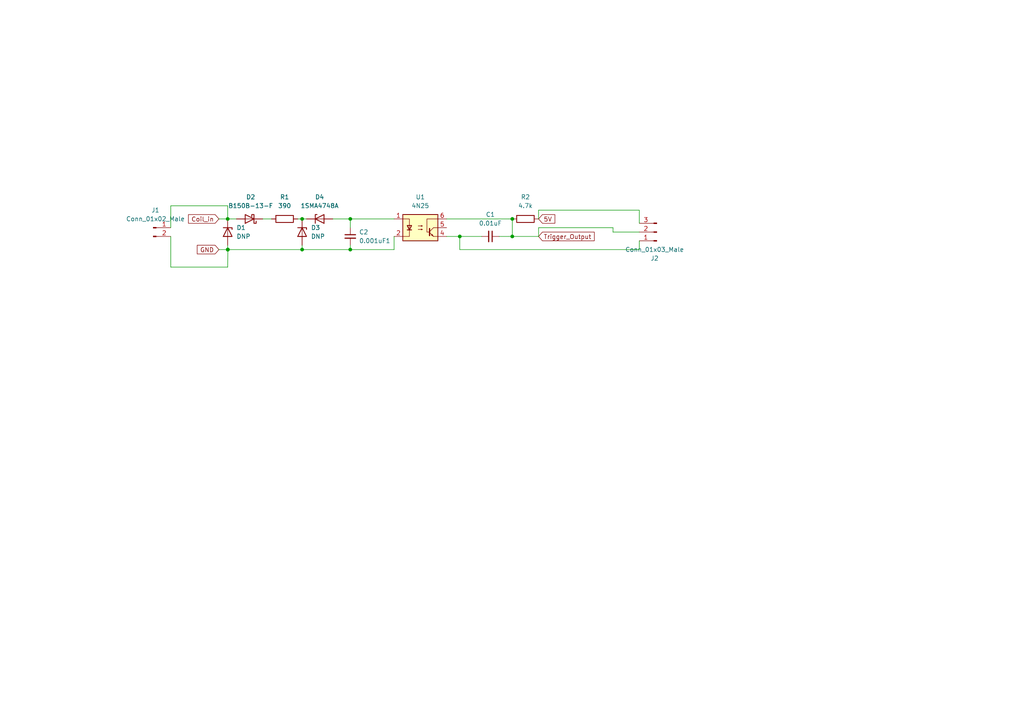
<source format=kicad_sch>
(kicad_sch (version 20211123) (generator eeschema)
  (paper "A4")
  (lib_symbols
    (symbol "Connector:Conn_01x02_Male" (pin_names (offset 1.016) hide)
      (property "Reference" "J" (at 0 2.54 0))
      (property "Value" "Conn_01x02_Male" (at 0 -5.08 0))
      (symbol "Conn_01x02_Male_1_1"
        (polyline (pts (xy 1.27 -2.54) (xy 0.8636 -2.54)) (stroke (width 0.1524)))
        (polyline (pts (xy 1.27 0) (xy 0.8636 0)) (stroke (width 0.1524)))
        (rectangle (start 0.8636 -2.413) (end 0 -2.667) (stroke (width 0.1524)) (fill (type outline)))
        (rectangle (start 0.8636 0.127) (end 0 -0.127) (stroke (width 0.1524)) (fill (type outline)))
        (pin passive line (at 5.08 0 180) (length 3.81) (name "Pin_1") (number "1"))
        (pin passive line (at 5.08 -2.54 180) (length 3.81) (name "Pin_2") (number "2"))
      )
    )
    (symbol "Connector:Conn_01x03_Male" (pin_names (offset 1.016) hide)
      (property "Reference" "J" (at 0 5.08 0))
      (property "Value" "Conn_01x03_Male" (at 0 -5.08 0))
      (symbol "Conn_01x03_Male_1_1"
        (polyline (pts (xy 1.27 -2.54) (xy 0.8636 -2.54)) (stroke (width 0.1524)))
        (polyline (pts (xy 1.27 0) (xy 0.8636 0)) (stroke (width 0.1524)))
        (polyline (pts (xy 1.27 2.54) (xy 0.8636 2.54)) (stroke (width 0.1524)))
        (rectangle (start 0.8636 -2.413) (end 0 -2.667) (stroke (width 0.1524)) (fill (type outline)))
        (rectangle (start 0.8636 0.127) (end 0 -0.127) (stroke (width 0.1524)) (fill (type outline)))
        (rectangle (start 0.8636 2.667) (end 0 2.413) (stroke (width 0.1524)) (fill (type outline)))
        (pin passive line (at 5.08 2.54 180) (length 3.81) (name "Pin_1") (number "1"))
        (pin passive line (at 5.08 0 180) (length 3.81) (name "Pin_2") (number "2"))
        (pin passive line (at 5.08 -2.54 180) (length 3.81) (name "Pin_3") (number "3"))
      )
    )
    (symbol "Device:C_Small" (pin_numbers hide) (pin_names (offset 0.254) hide)
      (property "Reference" "C" (at 0.254 1.778 0))
      (property "Value" "C_Small" (at 0.254 -2.032 0))
      (symbol "C_Small_0_1"
        (polyline (pts (xy -1.524 -0.508) (xy 1.524 -0.508)) (stroke (width 0.3302)))
        (polyline (pts (xy -1.524 0.508) (xy 1.524 0.508)) (stroke (width 0.3048)))
      )
      (symbol "C_Small_1_1"
        (pin passive line (at 0 2.54 270) (length 2.032) (name "~") (number "1"))
        (pin passive line (at 0 -2.54 90) (length 2.032) (name "~") (number "2"))
      )
    )
    (symbol "Device:D_Zener" (pin_numbers hide) (pin_names (offset 1.016) hide)
      (property "Reference" "D" (at 0 2.54 0))
      (property "Value" "D_Zener" (at 0 -2.54 0))
      (symbol "D_Zener_0_1"
        (polyline (pts (xy 1.27 0) (xy -1.27 0)))
        (polyline (pts (xy -1.27 -1.27) (xy -1.27 1.27) (xy -0.762 1.27)) (stroke (width 0.254)))
        (polyline (pts (xy 1.27 -1.27) (xy 1.27 1.27) (xy -1.27 0) (xy 1.27 -1.27)) (stroke (width 0.254)))
      )
      (symbol "D_Zener_1_1"
        (pin passive line (at -3.81 0 0) (length 2.54) (name "K") (number "1"))
        (pin passive line (at 3.81 0 180) (length 2.54) (name "A") (number "2"))
      )
    )
    (symbol "Device:R" (pin_numbers hide) (pin_names (offset 0))
      (property "Reference" "R" (at 2.032 0 90))
      (property "Value" "R" (at 0 0 90))
      (symbol "R_0_1"
        (rectangle (start -1.016 -2.54) (end 1.016 2.54) (stroke (width 0.254)))
      )
      (symbol "R_1_1"
        (pin passive line (at 0 3.81 270) (length 1.27) (name "~") (number "1"))
        (pin passive line (at 0 -3.81 90) (length 1.27) (name "~") (number "2"))
      )
    )
    (symbol "Diode:B150-E3" (pin_numbers hide) (pin_names hide)
      (property "Reference" "D" (at 0 2.54 0))
      (property "Value" "B150-E3" (at 0 -2.54 0))
      (symbol "B150-E3_0_1"
        (polyline (pts (xy 1.27 0) (xy -1.27 0)))
        (polyline (pts (xy 1.27 1.27) (xy 1.27 -1.27) (xy -1.27 0) (xy 1.27 1.27)) (stroke (width 0.254)))
        (polyline (pts (xy -1.905 0.635) (xy -1.905 1.27) (xy -1.27 1.27) (xy -1.27 -1.27) (xy -0.635 -1.27) (xy -0.635 -0.635)) (stroke (width 0.254)))
      )
      (symbol "B150-E3_1_1"
        (pin passive line (at -3.81 0 0) (length 2.54) (name "K") (number "1"))
        (pin passive line (at 3.81 0 180) (length 2.54) (name "A") (number "2"))
      )
    )
    (symbol "Isolator:4N25" (pin_names (offset 1.016))
      (property "Reference" "U" (at -5.08 5.08 0))
      (property "Value" "4N25" (at 0 5.08 0))
      (symbol "4N25_0_1"
        (rectangle (start -5.08 3.81) (end 5.08 -3.81) (stroke (width 0.254)) (fill (type background)))
        (polyline (pts (xy -3.81 -0.635) (xy -2.54 -0.635)) (stroke (width 0.254)))
        (polyline (pts (xy 2.667 -1.397) (xy 3.81 -2.54)))
        (polyline (pts (xy 2.667 -1.143) (xy 3.81 0)))
        (polyline (pts (xy 3.81 -2.54) (xy 5.08 -2.54)))
        (polyline (pts (xy 3.81 0) (xy 5.08 0)))
        (polyline (pts (xy 2.667 -0.254) (xy 2.667 -2.286) (xy 2.667 -2.286)) (stroke (width 0.3556)))
        (polyline (pts (xy -5.08 -2.54) (xy -3.175 -2.54) (xy -3.175 2.54) (xy -5.08 2.54)))
        (polyline (pts (xy -3.175 -0.635) (xy -3.81 0.635) (xy -2.54 0.635) (xy -3.175 -0.635)) (stroke (width 0.254)))
        (polyline (pts (xy 3.683 -2.413) (xy 3.429 -1.905) (xy 3.175 -2.159) (xy 3.683 -2.413)))
        (polyline (pts (xy 5.08 2.54) (xy 1.905 2.54) (xy 1.905 -1.27) (xy 2.54 -1.27)))
        (polyline (pts (xy -0.635 -0.508) (xy 0.635 -0.508) (xy 0.254 -0.635) (xy 0.254 -0.381) (xy 0.635 -0.508)))
        (polyline (pts (xy -0.635 0.508) (xy 0.635 0.508) (xy 0.254 0.381) (xy 0.254 0.635) (xy 0.635 0.508)))
      )
      (symbol "4N25_1_1"
        (pin passive line (at -7.62 2.54 0) (length 2.54) (name "~") (number "1"))
        (pin passive line (at -7.62 -2.54 0) (length 2.54) (name "~") (number "2"))
        (pin no_connect line (at -5.08 0 0) (length 2.54) hide (name "NC") (number "3"))
        (pin passive line (at 7.62 -2.54 180) (length 2.54) (name "~") (number "4"))
        (pin passive line (at 7.62 0 180) (length 2.54) (name "~") (number "5"))
        (pin passive line (at 7.62 2.54 180) (length 2.54) (name "~") (number "6"))
      )
    )
  )
  (junction (at 87.63 63.5))
  (junction (at 66.04 63.5))
  (junction (at 101.6 72.39))
  (junction (at 133.35 68.58))
  (junction (at 66.04 72.39))
  (junction (at 66.097 72.39))
  (junction (at 148.59 63.5))
  (junction (at 101.6 63.5))
  (junction (at 148.59 68.58))
  (junction (at 87.63 72.39))
  (wire (pts (xy 129.54 63.5) (xy 148.59 63.5)))
  (wire (pts (xy 49.53 59.69) (xy 49.53 66.04)))
  (wire (pts (xy 76.2 63.5) (xy 78.74 63.5)))
  (wire (pts (xy 49.53 77.47) (xy 49.53 68.58)))
  (wire (pts (xy 185.42 60.96) (xy 185.42 64.77)))
  (wire (pts (xy 133.35 72.39) (xy 185.42 72.39)))
  (wire (pts (xy 156.21 66.04) (xy 177.8 66.04)))
  (wire (pts (xy 148.59 68.58) (xy 156.21 68.58)))
  (wire (pts (xy 66.04 77.47) (xy 66.097 72.39)))
  (wire (pts (xy 49.53 77.47) (xy 66.04 77.47)))
  (wire (pts (xy 101.6 63.5) (xy 114.3 63.5)))
  (wire (pts (xy 101.6 72.39) (xy 114.3 72.39)))
  (wire (pts (xy 63.5 63.5) (xy 66.04 63.5)))
  (wire (pts (xy 101.6 63.5) (xy 101.6 66.04)))
  (wire (pts (xy 66.04 59.69) (xy 49.53 59.69)))
  (wire (pts (xy 156.21 60.96) (xy 185.42 60.96)))
  (wire (pts (xy 87.63 63.5) (xy 88.9 63.5)))
  (wire (pts (xy 185.42 72.39) (xy 185.42 69.85)))
  (wire (pts (xy 63.5 72.39) (xy 66.04 72.39)))
  (wire (pts (xy 156.21 63.5) (xy 156.21 60.96)))
  (wire (pts (xy 66.097 72.39) (xy 87.63 72.39)))
  (wire (pts (xy 156.21 68.58) (xy 156.21 66.04)))
  (wire (pts (xy 66.04 63.5) (xy 68.58 63.5)))
  (wire (pts (xy 66.04 71.12) (xy 66.04 72.39)))
  (wire (pts (xy 148.59 63.5) (xy 148.59 68.58)))
  (wire (pts (xy 66.04 63.5) (xy 66.04 59.69)))
  (wire (pts (xy 129.54 68.58) (xy 133.35 68.58)))
  (wire (pts (xy 86.36 63.5) (xy 87.63 63.5)))
  (wire (pts (xy 133.35 68.58) (xy 133.35 72.39)))
  (wire (pts (xy 177.8 66.04) (xy 177.8 67.31)))
  (wire (pts (xy 87.63 71.12) (xy 87.63 72.39)))
  (wire (pts (xy 87.63 72.39) (xy 101.6 72.39)))
  (wire (pts (xy 66.04 72.39) (xy 66.097 72.39)))
  (wire (pts (xy 133.35 68.58) (xy 139.7 68.58)))
  (wire (pts (xy 144.78 68.58) (xy 148.59 68.58)))
  (wire (pts (xy 101.6 71.12) (xy 101.6 72.39)))
  (wire (pts (xy 114.3 72.39) (xy 114.3 68.58)))
  (wire (pts (xy 96.52 63.5) (xy 101.6 63.5)))
  (wire (pts (xy 177.8 67.31) (xy 185.42 67.31)))
  (global_label "Trigger_Output" (shape input) (at 156.21 68.58 0) (property "Intersheet References" "${INTERSHEET_REFS}" (effects hide)))
  (global_label "5V" (shape input) (at 156.21 63.5 0) (property "Intersheet References" "${INTERSHEET_REFS}" (effects hide)))
  (global_label "GND" (shape input) (at 63.5 72.39 180) (property "Intersheet References" "${INTERSHEET_REFS}" (effects hide)))
  (global_label "Coil_in" (shape input) (at 63.5 63.5 180) (property "Intersheet References" "${INTERSHEET_REFS}" (effects hide)))
  (symbol (lib_id "Device:R") (at 152.4 63.5 90) (unit 1)
    (property "Reference" "R2" (at 152.4 57.15 90))
    (property "Value" "4.7k" (at 152.4 59.69 90))
    (property "Footprint" "Resistor_SMD:R_0805_2012Metric" (effects hide))
    (property "LCSC" "C2907326" (effects hide))
  )
  (symbol (lib_id "Device:D_Zener") (at 92.71 63.5 0) (unit 1)
    (property "Reference" "D4" (at 92.71 57.15 0))
    (property "Value" "1SMA4748A" (at 92.71 59.69 0))
    (property "Footprint" "Diode_SMD:D_SMA" (effects hide))
    (property "LCSC" "C2903856" (effects hide))
  )
  (symbol (lib_id "Isolator:4N25") (at 121.92 66.04 0) (unit 1)
    (property "Reference" "U1" (at 121.92 57.15 0))
    (property "Value" "4N25" (at 121.92 59.69 0))
    (property "Footprint" "Package_DIP:DIP-6_W7.62mm" (effects hide))
    (property "Datasheet" "https://www.vishay.com/docs/83725/4n25.pdf" (effects hide))
    (property "LCSC" "C3008818" (effects hide))
  )
  (symbol (lib_id "Diode:B150-E3") (at 72.39 63.5 180) (unit 1)
    (property "Reference" "D2" (at 72.7075 57.15 0))
    (property "Value" "B150B-13-F" (at 72.7075 59.69 0))
    (property "Footprint" "Diode_SMD:D_SMB" (effects hide))
    (property "Datasheet" "http://www.vishay.com/docs/88946/b120.pdf" (effects hide))
    (property "LCSC" "C134432" (effects hide))
  )
  (symbol (lib_id "Device:R") (at 82.55 63.5 90) (unit 1)
    (property "Reference" "R1" (at 82.55 57.15 90))
    (property "Value" "390" (at 82.55 59.69 90))
    (property "Footprint" "Resistor_SMD:R_1206_3216Metric" (effects hide))
    (property "LCSC" "C2759146" (effects hide))
  )
  (symbol (lib_id "Device:C_Small") (at 142.24 68.58 270) (unit 1)
    (property "Reference" "C1" (at 142.2336 62.23 90))
    (property "Value" "0.01uF" (at 142.2336 64.77 90))
    (property "Footprint" "Capacitor_SMD:C_0805_2012Metric" (effects hide))
    (property "LCSC" "C469523" (effects hide))
  )
  (symbol (lib_id "Device:D_Zener") (at 87.63 67.31 270) (unit 1)
    (property "Reference" "D3" (at 90.17 66.0399 90) (effects (justify left)))
    (property "Value" "DNP" (at 90.17 68.5799 90) (effects (justify left)))
    (property "Footprint" "Diode_SMD:D_SMA" (effects hide))
  )
  (symbol (lib_id "Connector:Conn_01x02_Male") (at 44.45 66.04 0) (unit 1)
    (property "Reference" "J1" (at 45.085 60.96 0))
    (property "Value" "Conn_01x02_Male" (at 45.085 63.5 0))
    (property "Footprint" "Connector_PinHeader_2.54mm:PinHeader_1x02_P2.54mm_Vertical" (effects hide))
  )
  (symbol (lib_id "Device:C_Small") (at 101.6 68.58 0) (unit 1)
    (property "Reference" "C2" (at 104.14 67.3162 0) (effects (justify left)))
    (property "Value" "0.001uF1" (at 104.14 69.8562 0) (effects (justify left)))
    (property "Footprint" "Capacitor_SMD:C_1206_3216Metric" (effects hide))
    (property "LCSC" "C77494" (effects hide))
  )
  (symbol (lib_id "Device:D_Zener") (at 66.04 67.31 270) (unit 1)
    (property "Reference" "D1" (at 68.58 66.0399 90) (effects (justify left)))
    (property "Value" "DNP" (at 68.58 68.5799 90) (effects (justify left)))
    (property "Footprint" "Diode_SMD:D_SMA" (effects hide))
  )
  (symbol (lib_id "Connector:Conn_01x03_Male") (at 190.5 67.31 180) (unit 1)
    (property "Reference" "J2" (at 189.865 74.93 0))
    (property "Value" "Conn_01x03_Male" (at 189.865 72.39 0))
    (property "Footprint" "Connector_PinHeader_2.54mm:PinHeader_1x03_P2.54mm_Vertical" (effects hide))
  )
)
</source>
